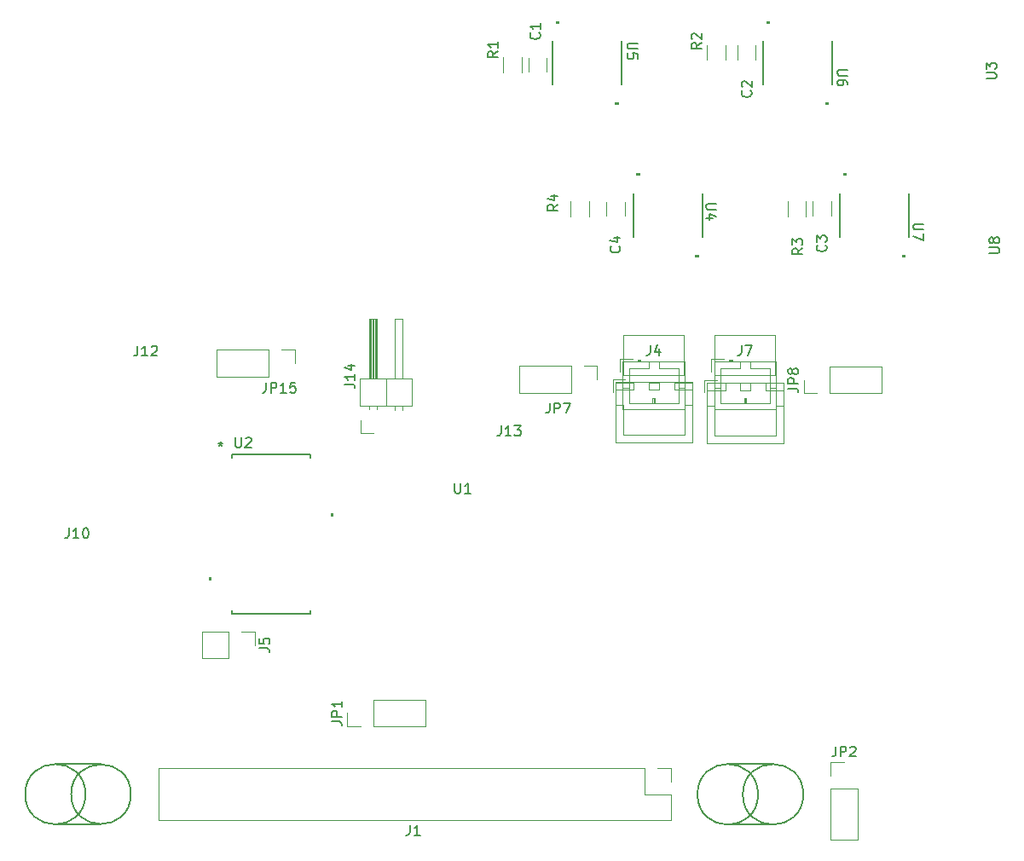
<source format=gbr>
%TF.GenerationSoftware,KiCad,Pcbnew,7.0.10*%
%TF.CreationDate,2024-02-26T10:06:05+01:00*%
%TF.ProjectId,Legacy-LedPanel-HAT,4c656761-6379-42d4-9c65-6450616e656c,rev?*%
%TF.SameCoordinates,Original*%
%TF.FileFunction,Legend,Top*%
%TF.FilePolarity,Positive*%
%FSLAX46Y46*%
G04 Gerber Fmt 4.6, Leading zero omitted, Abs format (unit mm)*
G04 Created by KiCad (PCBNEW 7.0.10) date 2024-02-26 10:06:05*
%MOMM*%
%LPD*%
G01*
G04 APERTURE LIST*
%ADD10C,0.150000*%
%ADD11C,0.120000*%
%ADD12C,0.152400*%
%ADD13C,0.100000*%
G04 APERTURE END LIST*
D10*
X129278748Y-142650000D02*
G75*
G03*
X123271252Y-142650000I-3003748J0D01*
G01*
X123271252Y-142650000D02*
G75*
G03*
X129278748Y-142650000I3003748J0D01*
G01*
X124783841Y-142650000D02*
G75*
G03*
X118766159Y-142650000I-3008841J0D01*
G01*
X118766159Y-142650000D02*
G75*
G03*
X124783841Y-142650000I3008841J0D01*
G01*
X121775000Y-139650000D02*
X126250000Y-139650000D01*
X121775000Y-145650000D02*
X126300000Y-145650000D01*
X62500237Y-142637500D02*
G75*
G03*
X56574763Y-142637500I-2962737J0D01*
G01*
X56574763Y-142637500D02*
G75*
G03*
X62500237Y-142637500I2962737J0D01*
G01*
X57992830Y-142637500D02*
G75*
G03*
X52007170Y-142637500I-2992830J0D01*
G01*
X52007170Y-142637500D02*
G75*
G03*
X57992830Y-142637500I2992830J0D01*
G01*
X55000000Y-145625000D02*
X59525000Y-145625000D01*
X55000000Y-139650000D02*
X59550000Y-139650000D01*
X132489066Y-137886819D02*
X132489066Y-138601104D01*
X132489066Y-138601104D02*
X132441447Y-138743961D01*
X132441447Y-138743961D02*
X132346209Y-138839200D01*
X132346209Y-138839200D02*
X132203352Y-138886819D01*
X132203352Y-138886819D02*
X132108114Y-138886819D01*
X132965257Y-138886819D02*
X132965257Y-137886819D01*
X132965257Y-137886819D02*
X133346209Y-137886819D01*
X133346209Y-137886819D02*
X133441447Y-137934438D01*
X133441447Y-137934438D02*
X133489066Y-137982057D01*
X133489066Y-137982057D02*
X133536685Y-138077295D01*
X133536685Y-138077295D02*
X133536685Y-138220152D01*
X133536685Y-138220152D02*
X133489066Y-138315390D01*
X133489066Y-138315390D02*
X133441447Y-138363009D01*
X133441447Y-138363009D02*
X133346209Y-138410628D01*
X133346209Y-138410628D02*
X132965257Y-138410628D01*
X133917638Y-137982057D02*
X133965257Y-137934438D01*
X133965257Y-137934438D02*
X134060495Y-137886819D01*
X134060495Y-137886819D02*
X134298590Y-137886819D01*
X134298590Y-137886819D02*
X134393828Y-137934438D01*
X134393828Y-137934438D02*
X134441447Y-137982057D01*
X134441447Y-137982057D02*
X134489066Y-138077295D01*
X134489066Y-138077295D02*
X134489066Y-138172533D01*
X134489066Y-138172533D02*
X134441447Y-138315390D01*
X134441447Y-138315390D02*
X133870019Y-138886819D01*
X133870019Y-138886819D02*
X134489066Y-138886819D01*
X124054580Y-72761666D02*
X124102200Y-72809285D01*
X124102200Y-72809285D02*
X124149819Y-72952142D01*
X124149819Y-72952142D02*
X124149819Y-73047380D01*
X124149819Y-73047380D02*
X124102200Y-73190237D01*
X124102200Y-73190237D02*
X124006961Y-73285475D01*
X124006961Y-73285475D02*
X123911723Y-73333094D01*
X123911723Y-73333094D02*
X123721247Y-73380713D01*
X123721247Y-73380713D02*
X123578390Y-73380713D01*
X123578390Y-73380713D02*
X123387914Y-73333094D01*
X123387914Y-73333094D02*
X123292676Y-73285475D01*
X123292676Y-73285475D02*
X123197438Y-73190237D01*
X123197438Y-73190237D02*
X123149819Y-73047380D01*
X123149819Y-73047380D02*
X123149819Y-72952142D01*
X123149819Y-72952142D02*
X123197438Y-72809285D01*
X123197438Y-72809285D02*
X123245057Y-72761666D01*
X123245057Y-72380713D02*
X123197438Y-72333094D01*
X123197438Y-72333094D02*
X123149819Y-72237856D01*
X123149819Y-72237856D02*
X123149819Y-71999761D01*
X123149819Y-71999761D02*
X123197438Y-71904523D01*
X123197438Y-71904523D02*
X123245057Y-71856904D01*
X123245057Y-71856904D02*
X123340295Y-71809285D01*
X123340295Y-71809285D02*
X123435533Y-71809285D01*
X123435533Y-71809285D02*
X123578390Y-71856904D01*
X123578390Y-71856904D02*
X124149819Y-72428332D01*
X124149819Y-72428332D02*
X124149819Y-71809285D01*
X133665180Y-70688095D02*
X132855657Y-70688095D01*
X132855657Y-70688095D02*
X132760419Y-70735714D01*
X132760419Y-70735714D02*
X132712800Y-70783333D01*
X132712800Y-70783333D02*
X132665180Y-70878571D01*
X132665180Y-70878571D02*
X132665180Y-71069047D01*
X132665180Y-71069047D02*
X132712800Y-71164285D01*
X132712800Y-71164285D02*
X132760419Y-71211904D01*
X132760419Y-71211904D02*
X132855657Y-71259523D01*
X132855657Y-71259523D02*
X133665180Y-71259523D01*
X133665180Y-72164285D02*
X133665180Y-71973809D01*
X133665180Y-71973809D02*
X133617561Y-71878571D01*
X133617561Y-71878571D02*
X133569942Y-71830952D01*
X133569942Y-71830952D02*
X133427085Y-71735714D01*
X133427085Y-71735714D02*
X133236609Y-71688095D01*
X133236609Y-71688095D02*
X132855657Y-71688095D01*
X132855657Y-71688095D02*
X132760419Y-71735714D01*
X132760419Y-71735714D02*
X132712800Y-71783333D01*
X132712800Y-71783333D02*
X132665180Y-71878571D01*
X132665180Y-71878571D02*
X132665180Y-72069047D01*
X132665180Y-72069047D02*
X132712800Y-72164285D01*
X132712800Y-72164285D02*
X132760419Y-72211904D01*
X132760419Y-72211904D02*
X132855657Y-72259523D01*
X132855657Y-72259523D02*
X133093752Y-72259523D01*
X133093752Y-72259523D02*
X133188990Y-72211904D01*
X133188990Y-72211904D02*
X133236609Y-72164285D01*
X133236609Y-72164285D02*
X133284228Y-72069047D01*
X133284228Y-72069047D02*
X133284228Y-71878571D01*
X133284228Y-71878571D02*
X133236609Y-71783333D01*
X133236609Y-71783333D02*
X133188990Y-71735714D01*
X133188990Y-71735714D02*
X133093752Y-71688095D01*
X72888095Y-107204819D02*
X72888095Y-108014342D01*
X72888095Y-108014342D02*
X72935714Y-108109580D01*
X72935714Y-108109580D02*
X72983333Y-108157200D01*
X72983333Y-108157200D02*
X73078571Y-108204819D01*
X73078571Y-108204819D02*
X73269047Y-108204819D01*
X73269047Y-108204819D02*
X73364285Y-108157200D01*
X73364285Y-108157200D02*
X73411904Y-108109580D01*
X73411904Y-108109580D02*
X73459523Y-108014342D01*
X73459523Y-108014342D02*
X73459523Y-107204819D01*
X73888095Y-107300057D02*
X73935714Y-107252438D01*
X73935714Y-107252438D02*
X74030952Y-107204819D01*
X74030952Y-107204819D02*
X74269047Y-107204819D01*
X74269047Y-107204819D02*
X74364285Y-107252438D01*
X74364285Y-107252438D02*
X74411904Y-107300057D01*
X74411904Y-107300057D02*
X74459523Y-107395295D01*
X74459523Y-107395295D02*
X74459523Y-107490533D01*
X74459523Y-107490533D02*
X74411904Y-107633390D01*
X74411904Y-107633390D02*
X73840476Y-108204819D01*
X73840476Y-108204819D02*
X74459523Y-108204819D01*
X71397200Y-107604019D02*
X71397200Y-107842114D01*
X71159105Y-107746876D02*
X71397200Y-107842114D01*
X71397200Y-107842114D02*
X71635295Y-107746876D01*
X71254343Y-108032590D02*
X71397200Y-107842114D01*
X71397200Y-107842114D02*
X71540057Y-108032590D01*
X71397200Y-107604019D02*
X71397200Y-107842114D01*
X71159105Y-107746876D02*
X71397200Y-107842114D01*
X71397200Y-107842114D02*
X71635295Y-107746876D01*
X71254343Y-108032590D02*
X71397200Y-107842114D01*
X71397200Y-107842114D02*
X71540057Y-108032590D01*
X119149819Y-68011666D02*
X118673628Y-68344999D01*
X119149819Y-68583094D02*
X118149819Y-68583094D01*
X118149819Y-68583094D02*
X118149819Y-68202142D01*
X118149819Y-68202142D02*
X118197438Y-68106904D01*
X118197438Y-68106904D02*
X118245057Y-68059285D01*
X118245057Y-68059285D02*
X118340295Y-68011666D01*
X118340295Y-68011666D02*
X118483152Y-68011666D01*
X118483152Y-68011666D02*
X118578390Y-68059285D01*
X118578390Y-68059285D02*
X118626009Y-68106904D01*
X118626009Y-68106904D02*
X118673628Y-68202142D01*
X118673628Y-68202142D02*
X118673628Y-68583094D01*
X118245057Y-67630713D02*
X118197438Y-67583094D01*
X118197438Y-67583094D02*
X118149819Y-67487856D01*
X118149819Y-67487856D02*
X118149819Y-67249761D01*
X118149819Y-67249761D02*
X118197438Y-67154523D01*
X118197438Y-67154523D02*
X118245057Y-67106904D01*
X118245057Y-67106904D02*
X118340295Y-67059285D01*
X118340295Y-67059285D02*
X118435533Y-67059285D01*
X118435533Y-67059285D02*
X118578390Y-67106904D01*
X118578390Y-67106904D02*
X119149819Y-67678332D01*
X119149819Y-67678332D02*
X119149819Y-67059285D01*
X104091866Y-103767819D02*
X104091866Y-104482104D01*
X104091866Y-104482104D02*
X104044247Y-104624961D01*
X104044247Y-104624961D02*
X103949009Y-104720200D01*
X103949009Y-104720200D02*
X103806152Y-104767819D01*
X103806152Y-104767819D02*
X103710914Y-104767819D01*
X104568057Y-104767819D02*
X104568057Y-103767819D01*
X104568057Y-103767819D02*
X104949009Y-103767819D01*
X104949009Y-103767819D02*
X105044247Y-103815438D01*
X105044247Y-103815438D02*
X105091866Y-103863057D01*
X105091866Y-103863057D02*
X105139485Y-103958295D01*
X105139485Y-103958295D02*
X105139485Y-104101152D01*
X105139485Y-104101152D02*
X105091866Y-104196390D01*
X105091866Y-104196390D02*
X105044247Y-104244009D01*
X105044247Y-104244009D02*
X104949009Y-104291628D01*
X104949009Y-104291628D02*
X104568057Y-104291628D01*
X105472819Y-103767819D02*
X106139485Y-103767819D01*
X106139485Y-103767819D02*
X105710914Y-104767819D01*
X75929676Y-101761219D02*
X75929676Y-102475504D01*
X75929676Y-102475504D02*
X75882057Y-102618361D01*
X75882057Y-102618361D02*
X75786819Y-102713600D01*
X75786819Y-102713600D02*
X75643962Y-102761219D01*
X75643962Y-102761219D02*
X75548724Y-102761219D01*
X76405867Y-102761219D02*
X76405867Y-101761219D01*
X76405867Y-101761219D02*
X76786819Y-101761219D01*
X76786819Y-101761219D02*
X76882057Y-101808838D01*
X76882057Y-101808838D02*
X76929676Y-101856457D01*
X76929676Y-101856457D02*
X76977295Y-101951695D01*
X76977295Y-101951695D02*
X76977295Y-102094552D01*
X76977295Y-102094552D02*
X76929676Y-102189790D01*
X76929676Y-102189790D02*
X76882057Y-102237409D01*
X76882057Y-102237409D02*
X76786819Y-102285028D01*
X76786819Y-102285028D02*
X76405867Y-102285028D01*
X77929676Y-102761219D02*
X77358248Y-102761219D01*
X77643962Y-102761219D02*
X77643962Y-101761219D01*
X77643962Y-101761219D02*
X77548724Y-101904076D01*
X77548724Y-101904076D02*
X77453486Y-101999314D01*
X77453486Y-101999314D02*
X77358248Y-102046933D01*
X78834438Y-101761219D02*
X78358248Y-101761219D01*
X78358248Y-101761219D02*
X78310629Y-102237409D01*
X78310629Y-102237409D02*
X78358248Y-102189790D01*
X78358248Y-102189790D02*
X78453486Y-102142171D01*
X78453486Y-102142171D02*
X78691581Y-102142171D01*
X78691581Y-102142171D02*
X78786819Y-102189790D01*
X78786819Y-102189790D02*
X78834438Y-102237409D01*
X78834438Y-102237409D02*
X78882057Y-102332647D01*
X78882057Y-102332647D02*
X78882057Y-102570742D01*
X78882057Y-102570742D02*
X78834438Y-102665980D01*
X78834438Y-102665980D02*
X78786819Y-102713600D01*
X78786819Y-102713600D02*
X78691581Y-102761219D01*
X78691581Y-102761219D02*
X78453486Y-102761219D01*
X78453486Y-102761219D02*
X78358248Y-102713600D01*
X78358248Y-102713600D02*
X78310629Y-102665980D01*
X82456219Y-135397733D02*
X83170504Y-135397733D01*
X83170504Y-135397733D02*
X83313361Y-135445352D01*
X83313361Y-135445352D02*
X83408600Y-135540590D01*
X83408600Y-135540590D02*
X83456219Y-135683447D01*
X83456219Y-135683447D02*
X83456219Y-135778685D01*
X83456219Y-134921542D02*
X82456219Y-134921542D01*
X82456219Y-134921542D02*
X82456219Y-134540590D01*
X82456219Y-134540590D02*
X82503838Y-134445352D01*
X82503838Y-134445352D02*
X82551457Y-134397733D01*
X82551457Y-134397733D02*
X82646695Y-134350114D01*
X82646695Y-134350114D02*
X82789552Y-134350114D01*
X82789552Y-134350114D02*
X82884790Y-134397733D01*
X82884790Y-134397733D02*
X82932409Y-134445352D01*
X82932409Y-134445352D02*
X82980028Y-134540590D01*
X82980028Y-134540590D02*
X82980028Y-134921542D01*
X83456219Y-133397733D02*
X83456219Y-133969161D01*
X83456219Y-133683447D02*
X82456219Y-133683447D01*
X82456219Y-133683447D02*
X82599076Y-133778685D01*
X82599076Y-133778685D02*
X82694314Y-133873923D01*
X82694314Y-133873923D02*
X82741933Y-133969161D01*
X129199819Y-88416666D02*
X128723628Y-88749999D01*
X129199819Y-88988094D02*
X128199819Y-88988094D01*
X128199819Y-88988094D02*
X128199819Y-88607142D01*
X128199819Y-88607142D02*
X128247438Y-88511904D01*
X128247438Y-88511904D02*
X128295057Y-88464285D01*
X128295057Y-88464285D02*
X128390295Y-88416666D01*
X128390295Y-88416666D02*
X128533152Y-88416666D01*
X128533152Y-88416666D02*
X128628390Y-88464285D01*
X128628390Y-88464285D02*
X128676009Y-88511904D01*
X128676009Y-88511904D02*
X128723628Y-88607142D01*
X128723628Y-88607142D02*
X128723628Y-88988094D01*
X128199819Y-88083332D02*
X128199819Y-87464285D01*
X128199819Y-87464285D02*
X128580771Y-87797618D01*
X128580771Y-87797618D02*
X128580771Y-87654761D01*
X128580771Y-87654761D02*
X128628390Y-87559523D01*
X128628390Y-87559523D02*
X128676009Y-87511904D01*
X128676009Y-87511904D02*
X128771247Y-87464285D01*
X128771247Y-87464285D02*
X129009342Y-87464285D01*
X129009342Y-87464285D02*
X129104580Y-87511904D01*
X129104580Y-87511904D02*
X129152200Y-87559523D01*
X129152200Y-87559523D02*
X129199819Y-87654761D01*
X129199819Y-87654761D02*
X129199819Y-87940475D01*
X129199819Y-87940475D02*
X129152200Y-88035713D01*
X129152200Y-88035713D02*
X129104580Y-88083332D01*
X111004580Y-88211666D02*
X111052200Y-88259285D01*
X111052200Y-88259285D02*
X111099819Y-88402142D01*
X111099819Y-88402142D02*
X111099819Y-88497380D01*
X111099819Y-88497380D02*
X111052200Y-88640237D01*
X111052200Y-88640237D02*
X110956961Y-88735475D01*
X110956961Y-88735475D02*
X110861723Y-88783094D01*
X110861723Y-88783094D02*
X110671247Y-88830713D01*
X110671247Y-88830713D02*
X110528390Y-88830713D01*
X110528390Y-88830713D02*
X110337914Y-88783094D01*
X110337914Y-88783094D02*
X110242676Y-88735475D01*
X110242676Y-88735475D02*
X110147438Y-88640237D01*
X110147438Y-88640237D02*
X110099819Y-88497380D01*
X110099819Y-88497380D02*
X110099819Y-88402142D01*
X110099819Y-88402142D02*
X110147438Y-88259285D01*
X110147438Y-88259285D02*
X110195057Y-88211666D01*
X110433152Y-87354523D02*
X111099819Y-87354523D01*
X110052200Y-87592618D02*
X110766485Y-87830713D01*
X110766485Y-87830713D02*
X110766485Y-87211666D01*
X75269819Y-128141333D02*
X75984104Y-128141333D01*
X75984104Y-128141333D02*
X76126961Y-128188952D01*
X76126961Y-128188952D02*
X76222200Y-128284190D01*
X76222200Y-128284190D02*
X76269819Y-128427047D01*
X76269819Y-128427047D02*
X76269819Y-128522285D01*
X75269819Y-127188952D02*
X75269819Y-127665142D01*
X75269819Y-127665142D02*
X75746009Y-127712761D01*
X75746009Y-127712761D02*
X75698390Y-127665142D01*
X75698390Y-127665142D02*
X75650771Y-127569904D01*
X75650771Y-127569904D02*
X75650771Y-127331809D01*
X75650771Y-127331809D02*
X75698390Y-127236571D01*
X75698390Y-127236571D02*
X75746009Y-127188952D01*
X75746009Y-127188952D02*
X75841247Y-127141333D01*
X75841247Y-127141333D02*
X76079342Y-127141333D01*
X76079342Y-127141333D02*
X76174580Y-127188952D01*
X76174580Y-127188952D02*
X76222200Y-127236571D01*
X76222200Y-127236571D02*
X76269819Y-127331809D01*
X76269819Y-127331809D02*
X76269819Y-127569904D01*
X76269819Y-127569904D02*
X76222200Y-127665142D01*
X76222200Y-127665142D02*
X76174580Y-127712761D01*
X120615180Y-83988095D02*
X119805657Y-83988095D01*
X119805657Y-83988095D02*
X119710419Y-84035714D01*
X119710419Y-84035714D02*
X119662800Y-84083333D01*
X119662800Y-84083333D02*
X119615180Y-84178571D01*
X119615180Y-84178571D02*
X119615180Y-84369047D01*
X119615180Y-84369047D02*
X119662800Y-84464285D01*
X119662800Y-84464285D02*
X119710419Y-84511904D01*
X119710419Y-84511904D02*
X119805657Y-84559523D01*
X119805657Y-84559523D02*
X120615180Y-84559523D01*
X120281847Y-85464285D02*
X119615180Y-85464285D01*
X120662800Y-85226190D02*
X119948514Y-84988095D01*
X119948514Y-84988095D02*
X119948514Y-85607142D01*
X114082066Y-98048419D02*
X114082066Y-98762704D01*
X114082066Y-98762704D02*
X114034447Y-98905561D01*
X114034447Y-98905561D02*
X113939209Y-99000800D01*
X113939209Y-99000800D02*
X113796352Y-99048419D01*
X113796352Y-99048419D02*
X113701114Y-99048419D01*
X114986828Y-98381752D02*
X114986828Y-99048419D01*
X114748733Y-98000800D02*
X114510638Y-98715085D01*
X114510638Y-98715085D02*
X115129685Y-98715085D01*
X112815180Y-68038095D02*
X112005657Y-68038095D01*
X112005657Y-68038095D02*
X111910419Y-68085714D01*
X111910419Y-68085714D02*
X111862800Y-68133333D01*
X111862800Y-68133333D02*
X111815180Y-68228571D01*
X111815180Y-68228571D02*
X111815180Y-68419047D01*
X111815180Y-68419047D02*
X111862800Y-68514285D01*
X111862800Y-68514285D02*
X111910419Y-68561904D01*
X111910419Y-68561904D02*
X112005657Y-68609523D01*
X112005657Y-68609523D02*
X112815180Y-68609523D01*
X112815180Y-69561904D02*
X112815180Y-69085714D01*
X112815180Y-69085714D02*
X112338990Y-69038095D01*
X112338990Y-69038095D02*
X112386609Y-69085714D01*
X112386609Y-69085714D02*
X112434228Y-69180952D01*
X112434228Y-69180952D02*
X112434228Y-69419047D01*
X112434228Y-69419047D02*
X112386609Y-69514285D01*
X112386609Y-69514285D02*
X112338990Y-69561904D01*
X112338990Y-69561904D02*
X112243752Y-69609523D01*
X112243752Y-69609523D02*
X112005657Y-69609523D01*
X112005657Y-69609523D02*
X111910419Y-69561904D01*
X111910419Y-69561904D02*
X111862800Y-69514285D01*
X111862800Y-69514285D02*
X111815180Y-69419047D01*
X111815180Y-69419047D02*
X111815180Y-69180952D01*
X111815180Y-69180952D02*
X111862800Y-69085714D01*
X111862800Y-69085714D02*
X111910419Y-69038095D01*
X83745819Y-101905923D02*
X84460104Y-101905923D01*
X84460104Y-101905923D02*
X84602961Y-101953542D01*
X84602961Y-101953542D02*
X84698200Y-102048780D01*
X84698200Y-102048780D02*
X84745819Y-102191637D01*
X84745819Y-102191637D02*
X84745819Y-102286875D01*
X84745819Y-100905923D02*
X84745819Y-101477351D01*
X84745819Y-101191637D02*
X83745819Y-101191637D01*
X83745819Y-101191637D02*
X83888676Y-101286875D01*
X83888676Y-101286875D02*
X83983914Y-101382113D01*
X83983914Y-101382113D02*
X84031533Y-101477351D01*
X84079152Y-100048780D02*
X84745819Y-100048780D01*
X83698200Y-100286875D02*
X84412485Y-100524970D01*
X84412485Y-100524970D02*
X84412485Y-99905923D01*
X131504580Y-88111666D02*
X131552200Y-88159285D01*
X131552200Y-88159285D02*
X131599819Y-88302142D01*
X131599819Y-88302142D02*
X131599819Y-88397380D01*
X131599819Y-88397380D02*
X131552200Y-88540237D01*
X131552200Y-88540237D02*
X131456961Y-88635475D01*
X131456961Y-88635475D02*
X131361723Y-88683094D01*
X131361723Y-88683094D02*
X131171247Y-88730713D01*
X131171247Y-88730713D02*
X131028390Y-88730713D01*
X131028390Y-88730713D02*
X130837914Y-88683094D01*
X130837914Y-88683094D02*
X130742676Y-88635475D01*
X130742676Y-88635475D02*
X130647438Y-88540237D01*
X130647438Y-88540237D02*
X130599819Y-88397380D01*
X130599819Y-88397380D02*
X130599819Y-88302142D01*
X130599819Y-88302142D02*
X130647438Y-88159285D01*
X130647438Y-88159285D02*
X130695057Y-88111666D01*
X130599819Y-87778332D02*
X130599819Y-87159285D01*
X130599819Y-87159285D02*
X130980771Y-87492618D01*
X130980771Y-87492618D02*
X130980771Y-87349761D01*
X130980771Y-87349761D02*
X131028390Y-87254523D01*
X131028390Y-87254523D02*
X131076009Y-87206904D01*
X131076009Y-87206904D02*
X131171247Y-87159285D01*
X131171247Y-87159285D02*
X131409342Y-87159285D01*
X131409342Y-87159285D02*
X131504580Y-87206904D01*
X131504580Y-87206904D02*
X131552200Y-87254523D01*
X131552200Y-87254523D02*
X131599819Y-87349761D01*
X131599819Y-87349761D02*
X131599819Y-87635475D01*
X131599819Y-87635475D02*
X131552200Y-87730713D01*
X131552200Y-87730713D02*
X131504580Y-87778332D01*
X104899819Y-84061666D02*
X104423628Y-84394999D01*
X104899819Y-84633094D02*
X103899819Y-84633094D01*
X103899819Y-84633094D02*
X103899819Y-84252142D01*
X103899819Y-84252142D02*
X103947438Y-84156904D01*
X103947438Y-84156904D02*
X103995057Y-84109285D01*
X103995057Y-84109285D02*
X104090295Y-84061666D01*
X104090295Y-84061666D02*
X104233152Y-84061666D01*
X104233152Y-84061666D02*
X104328390Y-84109285D01*
X104328390Y-84109285D02*
X104376009Y-84156904D01*
X104376009Y-84156904D02*
X104423628Y-84252142D01*
X104423628Y-84252142D02*
X104423628Y-84633094D01*
X104233152Y-83204523D02*
X104899819Y-83204523D01*
X103852200Y-83442618D02*
X104566485Y-83680713D01*
X104566485Y-83680713D02*
X104566485Y-83061666D01*
X103054580Y-67011666D02*
X103102200Y-67059285D01*
X103102200Y-67059285D02*
X103149819Y-67202142D01*
X103149819Y-67202142D02*
X103149819Y-67297380D01*
X103149819Y-67297380D02*
X103102200Y-67440237D01*
X103102200Y-67440237D02*
X103006961Y-67535475D01*
X103006961Y-67535475D02*
X102911723Y-67583094D01*
X102911723Y-67583094D02*
X102721247Y-67630713D01*
X102721247Y-67630713D02*
X102578390Y-67630713D01*
X102578390Y-67630713D02*
X102387914Y-67583094D01*
X102387914Y-67583094D02*
X102292676Y-67535475D01*
X102292676Y-67535475D02*
X102197438Y-67440237D01*
X102197438Y-67440237D02*
X102149819Y-67297380D01*
X102149819Y-67297380D02*
X102149819Y-67202142D01*
X102149819Y-67202142D02*
X102197438Y-67059285D01*
X102197438Y-67059285D02*
X102245057Y-67011666D01*
X103149819Y-66059285D02*
X103149819Y-66630713D01*
X103149819Y-66344999D02*
X102149819Y-66344999D01*
X102149819Y-66344999D02*
X102292676Y-66440237D01*
X102292676Y-66440237D02*
X102387914Y-66535475D01*
X102387914Y-66535475D02*
X102435533Y-66630713D01*
X123168666Y-98048419D02*
X123168666Y-98762704D01*
X123168666Y-98762704D02*
X123121047Y-98905561D01*
X123121047Y-98905561D02*
X123025809Y-99000800D01*
X123025809Y-99000800D02*
X122882952Y-99048419D01*
X122882952Y-99048419D02*
X122787714Y-99048419D01*
X123549619Y-98048419D02*
X124216285Y-98048419D01*
X124216285Y-98048419D02*
X123787714Y-99048419D01*
X98949819Y-68861666D02*
X98473628Y-69194999D01*
X98949819Y-69433094D02*
X97949819Y-69433094D01*
X97949819Y-69433094D02*
X97949819Y-69052142D01*
X97949819Y-69052142D02*
X97997438Y-68956904D01*
X97997438Y-68956904D02*
X98045057Y-68909285D01*
X98045057Y-68909285D02*
X98140295Y-68861666D01*
X98140295Y-68861666D02*
X98283152Y-68861666D01*
X98283152Y-68861666D02*
X98378390Y-68909285D01*
X98378390Y-68909285D02*
X98426009Y-68956904D01*
X98426009Y-68956904D02*
X98473628Y-69052142D01*
X98473628Y-69052142D02*
X98473628Y-69433094D01*
X98949819Y-67909285D02*
X98949819Y-68480713D01*
X98949819Y-68194999D02*
X97949819Y-68194999D01*
X97949819Y-68194999D02*
X98092676Y-68290237D01*
X98092676Y-68290237D02*
X98187914Y-68385475D01*
X98187914Y-68385475D02*
X98235533Y-68480713D01*
X141215180Y-85988095D02*
X140405657Y-85988095D01*
X140405657Y-85988095D02*
X140310419Y-86035714D01*
X140310419Y-86035714D02*
X140262800Y-86083333D01*
X140262800Y-86083333D02*
X140215180Y-86178571D01*
X140215180Y-86178571D02*
X140215180Y-86369047D01*
X140215180Y-86369047D02*
X140262800Y-86464285D01*
X140262800Y-86464285D02*
X140310419Y-86511904D01*
X140310419Y-86511904D02*
X140405657Y-86559523D01*
X140405657Y-86559523D02*
X141215180Y-86559523D01*
X141215180Y-86940476D02*
X141215180Y-87607142D01*
X141215180Y-87607142D02*
X140215180Y-87178571D01*
X90215466Y-145703219D02*
X90215466Y-146417504D01*
X90215466Y-146417504D02*
X90167847Y-146560361D01*
X90167847Y-146560361D02*
X90072609Y-146655600D01*
X90072609Y-146655600D02*
X89929752Y-146703219D01*
X89929752Y-146703219D02*
X89834514Y-146703219D01*
X91215466Y-146703219D02*
X90644038Y-146703219D01*
X90929752Y-146703219D02*
X90929752Y-145703219D01*
X90929752Y-145703219D02*
X90834514Y-145846076D01*
X90834514Y-145846076D02*
X90739276Y-145941314D01*
X90739276Y-145941314D02*
X90644038Y-145988933D01*
X127769819Y-102326933D02*
X128484104Y-102326933D01*
X128484104Y-102326933D02*
X128626961Y-102374552D01*
X128626961Y-102374552D02*
X128722200Y-102469790D01*
X128722200Y-102469790D02*
X128769819Y-102612647D01*
X128769819Y-102612647D02*
X128769819Y-102707885D01*
X128769819Y-101850742D02*
X127769819Y-101850742D01*
X127769819Y-101850742D02*
X127769819Y-101469790D01*
X127769819Y-101469790D02*
X127817438Y-101374552D01*
X127817438Y-101374552D02*
X127865057Y-101326933D01*
X127865057Y-101326933D02*
X127960295Y-101279314D01*
X127960295Y-101279314D02*
X128103152Y-101279314D01*
X128103152Y-101279314D02*
X128198390Y-101326933D01*
X128198390Y-101326933D02*
X128246009Y-101374552D01*
X128246009Y-101374552D02*
X128293628Y-101469790D01*
X128293628Y-101469790D02*
X128293628Y-101850742D01*
X128198390Y-100707885D02*
X128150771Y-100803123D01*
X128150771Y-100803123D02*
X128103152Y-100850742D01*
X128103152Y-100850742D02*
X128007914Y-100898361D01*
X128007914Y-100898361D02*
X127960295Y-100898361D01*
X127960295Y-100898361D02*
X127865057Y-100850742D01*
X127865057Y-100850742D02*
X127817438Y-100803123D01*
X127817438Y-100803123D02*
X127769819Y-100707885D01*
X127769819Y-100707885D02*
X127769819Y-100517409D01*
X127769819Y-100517409D02*
X127817438Y-100422171D01*
X127817438Y-100422171D02*
X127865057Y-100374552D01*
X127865057Y-100374552D02*
X127960295Y-100326933D01*
X127960295Y-100326933D02*
X128007914Y-100326933D01*
X128007914Y-100326933D02*
X128103152Y-100374552D01*
X128103152Y-100374552D02*
X128150771Y-100422171D01*
X128150771Y-100422171D02*
X128198390Y-100517409D01*
X128198390Y-100517409D02*
X128198390Y-100707885D01*
X128198390Y-100707885D02*
X128246009Y-100803123D01*
X128246009Y-100803123D02*
X128293628Y-100850742D01*
X128293628Y-100850742D02*
X128388866Y-100898361D01*
X128388866Y-100898361D02*
X128579342Y-100898361D01*
X128579342Y-100898361D02*
X128674580Y-100850742D01*
X128674580Y-100850742D02*
X128722200Y-100803123D01*
X128722200Y-100803123D02*
X128769819Y-100707885D01*
X128769819Y-100707885D02*
X128769819Y-100517409D01*
X128769819Y-100517409D02*
X128722200Y-100422171D01*
X128722200Y-100422171D02*
X128674580Y-100374552D01*
X128674580Y-100374552D02*
X128579342Y-100326933D01*
X128579342Y-100326933D02*
X128388866Y-100326933D01*
X128388866Y-100326933D02*
X128293628Y-100374552D01*
X128293628Y-100374552D02*
X128246009Y-100422171D01*
X128246009Y-100422171D02*
X128198390Y-100517409D01*
X99264276Y-106028419D02*
X99264276Y-106742704D01*
X99264276Y-106742704D02*
X99216657Y-106885561D01*
X99216657Y-106885561D02*
X99121419Y-106980800D01*
X99121419Y-106980800D02*
X98978562Y-107028419D01*
X98978562Y-107028419D02*
X98883324Y-107028419D01*
X100264276Y-107028419D02*
X99692848Y-107028419D01*
X99978562Y-107028419D02*
X99978562Y-106028419D01*
X99978562Y-106028419D02*
X99883324Y-106171276D01*
X99883324Y-106171276D02*
X99788086Y-106266514D01*
X99788086Y-106266514D02*
X99692848Y-106314133D01*
X100597610Y-106028419D02*
X101216657Y-106028419D01*
X101216657Y-106028419D02*
X100883324Y-106409371D01*
X100883324Y-106409371D02*
X101026181Y-106409371D01*
X101026181Y-106409371D02*
X101121419Y-106456990D01*
X101121419Y-106456990D02*
X101169038Y-106504609D01*
X101169038Y-106504609D02*
X101216657Y-106599847D01*
X101216657Y-106599847D02*
X101216657Y-106837942D01*
X101216657Y-106837942D02*
X101169038Y-106933180D01*
X101169038Y-106933180D02*
X101121419Y-106980800D01*
X101121419Y-106980800D02*
X101026181Y-107028419D01*
X101026181Y-107028419D02*
X100740467Y-107028419D01*
X100740467Y-107028419D02*
X100645229Y-106980800D01*
X100645229Y-106980800D02*
X100597610Y-106933180D01*
X147449819Y-71556904D02*
X148259342Y-71556904D01*
X148259342Y-71556904D02*
X148354580Y-71509285D01*
X148354580Y-71509285D02*
X148402200Y-71461666D01*
X148402200Y-71461666D02*
X148449819Y-71366428D01*
X148449819Y-71366428D02*
X148449819Y-71175952D01*
X148449819Y-71175952D02*
X148402200Y-71080714D01*
X148402200Y-71080714D02*
X148354580Y-71033095D01*
X148354580Y-71033095D02*
X148259342Y-70985476D01*
X148259342Y-70985476D02*
X147449819Y-70985476D01*
X147449819Y-70604523D02*
X147449819Y-69985476D01*
X147449819Y-69985476D02*
X147830771Y-70318809D01*
X147830771Y-70318809D02*
X147830771Y-70175952D01*
X147830771Y-70175952D02*
X147878390Y-70080714D01*
X147878390Y-70080714D02*
X147926009Y-70033095D01*
X147926009Y-70033095D02*
X148021247Y-69985476D01*
X148021247Y-69985476D02*
X148259342Y-69985476D01*
X148259342Y-69985476D02*
X148354580Y-70033095D01*
X148354580Y-70033095D02*
X148402200Y-70080714D01*
X148402200Y-70080714D02*
X148449819Y-70175952D01*
X148449819Y-70175952D02*
X148449819Y-70461666D01*
X148449819Y-70461666D02*
X148402200Y-70556904D01*
X148402200Y-70556904D02*
X148354580Y-70604523D01*
X94663695Y-111743419D02*
X94663695Y-112552942D01*
X94663695Y-112552942D02*
X94711314Y-112648180D01*
X94711314Y-112648180D02*
X94758933Y-112695800D01*
X94758933Y-112695800D02*
X94854171Y-112743419D01*
X94854171Y-112743419D02*
X95044647Y-112743419D01*
X95044647Y-112743419D02*
X95139885Y-112695800D01*
X95139885Y-112695800D02*
X95187504Y-112648180D01*
X95187504Y-112648180D02*
X95235123Y-112552942D01*
X95235123Y-112552942D02*
X95235123Y-111743419D01*
X96235123Y-112743419D02*
X95663695Y-112743419D01*
X95949409Y-112743419D02*
X95949409Y-111743419D01*
X95949409Y-111743419D02*
X95854171Y-111886276D01*
X95854171Y-111886276D02*
X95758933Y-111981514D01*
X95758933Y-111981514D02*
X95663695Y-112029133D01*
X63170876Y-98103619D02*
X63170876Y-98817904D01*
X63170876Y-98817904D02*
X63123257Y-98960761D01*
X63123257Y-98960761D02*
X63028019Y-99056000D01*
X63028019Y-99056000D02*
X62885162Y-99103619D01*
X62885162Y-99103619D02*
X62789924Y-99103619D01*
X64170876Y-99103619D02*
X63599448Y-99103619D01*
X63885162Y-99103619D02*
X63885162Y-98103619D01*
X63885162Y-98103619D02*
X63789924Y-98246476D01*
X63789924Y-98246476D02*
X63694686Y-98341714D01*
X63694686Y-98341714D02*
X63599448Y-98389333D01*
X64551829Y-98198857D02*
X64599448Y-98151238D01*
X64599448Y-98151238D02*
X64694686Y-98103619D01*
X64694686Y-98103619D02*
X64932781Y-98103619D01*
X64932781Y-98103619D02*
X65028019Y-98151238D01*
X65028019Y-98151238D02*
X65075638Y-98198857D01*
X65075638Y-98198857D02*
X65123257Y-98294095D01*
X65123257Y-98294095D02*
X65123257Y-98389333D01*
X65123257Y-98389333D02*
X65075638Y-98532190D01*
X65075638Y-98532190D02*
X64504210Y-99103619D01*
X64504210Y-99103619D02*
X65123257Y-99103619D01*
X147749819Y-88906904D02*
X148559342Y-88906904D01*
X148559342Y-88906904D02*
X148654580Y-88859285D01*
X148654580Y-88859285D02*
X148702200Y-88811666D01*
X148702200Y-88811666D02*
X148749819Y-88716428D01*
X148749819Y-88716428D02*
X148749819Y-88525952D01*
X148749819Y-88525952D02*
X148702200Y-88430714D01*
X148702200Y-88430714D02*
X148654580Y-88383095D01*
X148654580Y-88383095D02*
X148559342Y-88335476D01*
X148559342Y-88335476D02*
X147749819Y-88335476D01*
X148178390Y-87716428D02*
X148130771Y-87811666D01*
X148130771Y-87811666D02*
X148083152Y-87859285D01*
X148083152Y-87859285D02*
X147987914Y-87906904D01*
X147987914Y-87906904D02*
X147940295Y-87906904D01*
X147940295Y-87906904D02*
X147845057Y-87859285D01*
X147845057Y-87859285D02*
X147797438Y-87811666D01*
X147797438Y-87811666D02*
X147749819Y-87716428D01*
X147749819Y-87716428D02*
X147749819Y-87525952D01*
X147749819Y-87525952D02*
X147797438Y-87430714D01*
X147797438Y-87430714D02*
X147845057Y-87383095D01*
X147845057Y-87383095D02*
X147940295Y-87335476D01*
X147940295Y-87335476D02*
X147987914Y-87335476D01*
X147987914Y-87335476D02*
X148083152Y-87383095D01*
X148083152Y-87383095D02*
X148130771Y-87430714D01*
X148130771Y-87430714D02*
X148178390Y-87525952D01*
X148178390Y-87525952D02*
X148178390Y-87716428D01*
X148178390Y-87716428D02*
X148226009Y-87811666D01*
X148226009Y-87811666D02*
X148273628Y-87859285D01*
X148273628Y-87859285D02*
X148368866Y-87906904D01*
X148368866Y-87906904D02*
X148559342Y-87906904D01*
X148559342Y-87906904D02*
X148654580Y-87859285D01*
X148654580Y-87859285D02*
X148702200Y-87811666D01*
X148702200Y-87811666D02*
X148749819Y-87716428D01*
X148749819Y-87716428D02*
X148749819Y-87525952D01*
X148749819Y-87525952D02*
X148702200Y-87430714D01*
X148702200Y-87430714D02*
X148654580Y-87383095D01*
X148654580Y-87383095D02*
X148559342Y-87335476D01*
X148559342Y-87335476D02*
X148368866Y-87335476D01*
X148368866Y-87335476D02*
X148273628Y-87383095D01*
X148273628Y-87383095D02*
X148226009Y-87430714D01*
X148226009Y-87430714D02*
X148178390Y-87525952D01*
X56338276Y-116188419D02*
X56338276Y-116902704D01*
X56338276Y-116902704D02*
X56290657Y-117045561D01*
X56290657Y-117045561D02*
X56195419Y-117140800D01*
X56195419Y-117140800D02*
X56052562Y-117188419D01*
X56052562Y-117188419D02*
X55957324Y-117188419D01*
X57338276Y-117188419D02*
X56766848Y-117188419D01*
X57052562Y-117188419D02*
X57052562Y-116188419D01*
X57052562Y-116188419D02*
X56957324Y-116331276D01*
X56957324Y-116331276D02*
X56862086Y-116426514D01*
X56862086Y-116426514D02*
X56766848Y-116474133D01*
X57957324Y-116188419D02*
X58052562Y-116188419D01*
X58052562Y-116188419D02*
X58147800Y-116236038D01*
X58147800Y-116236038D02*
X58195419Y-116283657D01*
X58195419Y-116283657D02*
X58243038Y-116378895D01*
X58243038Y-116378895D02*
X58290657Y-116569371D01*
X58290657Y-116569371D02*
X58290657Y-116807466D01*
X58290657Y-116807466D02*
X58243038Y-116997942D01*
X58243038Y-116997942D02*
X58195419Y-117093180D01*
X58195419Y-117093180D02*
X58147800Y-117140800D01*
X58147800Y-117140800D02*
X58052562Y-117188419D01*
X58052562Y-117188419D02*
X57957324Y-117188419D01*
X57957324Y-117188419D02*
X57862086Y-117140800D01*
X57862086Y-117140800D02*
X57814467Y-117093180D01*
X57814467Y-117093180D02*
X57766848Y-116997942D01*
X57766848Y-116997942D02*
X57719229Y-116807466D01*
X57719229Y-116807466D02*
X57719229Y-116569371D01*
X57719229Y-116569371D02*
X57766848Y-116378895D01*
X57766848Y-116378895D02*
X57814467Y-116283657D01*
X57814467Y-116283657D02*
X57862086Y-116236038D01*
X57862086Y-116236038D02*
X57957324Y-116188419D01*
D11*
%TO.C,JP2*%
X131992400Y-139432000D02*
X133322400Y-139432000D01*
X131992400Y-140762000D02*
X131992400Y-139432000D01*
X131992400Y-142032000D02*
X131992400Y-147172000D01*
X131992400Y-142032000D02*
X134652400Y-142032000D01*
X131992400Y-147172000D02*
X134652400Y-147172000D01*
X134652400Y-142032000D02*
X134652400Y-147172000D01*
%TO.C,C2*%
X124555000Y-68233748D02*
X124555000Y-69656252D01*
X122735000Y-68233748D02*
X122735000Y-69656252D01*
D12*
%TO.C,U6*%
X132149002Y-72179335D02*
X132149002Y-67810782D01*
X125291002Y-67810769D02*
X125291002Y-72179322D01*
G36*
X131835500Y-74155051D02*
G01*
X131454500Y-74155051D01*
X131454500Y-73901051D01*
X131835500Y-73901051D01*
X131835500Y-74155051D01*
G37*
G36*
X125985504Y-66089053D02*
G01*
X125604504Y-66089053D01*
X125604504Y-65835053D01*
X125985504Y-65835053D01*
X125985504Y-66089053D01*
G37*
%TO.C,U2*%
X72502100Y-108885000D02*
X72502100Y-109225760D01*
X72502100Y-124393840D02*
X72502100Y-124734600D01*
X72502100Y-124734600D02*
X80350700Y-124734600D01*
X80350700Y-108885000D02*
X72502100Y-108885000D01*
X80350700Y-109225760D02*
X80350700Y-108885000D01*
X80350700Y-124734600D02*
X80350700Y-124393840D01*
G36*
X70501101Y-121445300D02*
G01*
X70247101Y-121445300D01*
X70247101Y-121064300D01*
X70501101Y-121064300D01*
X70501101Y-121445300D01*
G37*
G36*
X82605699Y-115095300D02*
G01*
X82351699Y-115095300D01*
X82351699Y-114714300D01*
X82605699Y-114714300D01*
X82605699Y-115095300D01*
G37*
D11*
%TO.C,R2*%
X119735000Y-69672064D02*
X119735000Y-68217936D01*
X121555000Y-69672064D02*
X121555000Y-68217936D01*
%TO.C,JP7*%
X108795200Y-100087400D02*
X108795200Y-101417400D01*
X107465200Y-100087400D02*
X108795200Y-100087400D01*
X106195200Y-100087400D02*
X101055200Y-100087400D01*
X106195200Y-100087400D02*
X106195200Y-102747400D01*
X101055200Y-100087400D02*
X101055200Y-102747400D01*
X106195200Y-102747400D02*
X101055200Y-102747400D01*
%TO.C,JP15*%
X78772400Y-98487200D02*
X78772400Y-99817200D01*
X77442400Y-98487200D02*
X78772400Y-98487200D01*
X76172400Y-98487200D02*
X71032400Y-98487200D01*
X76172400Y-98487200D02*
X76172400Y-101147200D01*
X71032400Y-98487200D02*
X71032400Y-101147200D01*
X76172400Y-101147200D02*
X71032400Y-101147200D01*
%TO.C,JP1*%
X84001400Y-135894400D02*
X84001400Y-134564400D01*
X85331400Y-135894400D02*
X84001400Y-135894400D01*
X86601400Y-135894400D02*
X91741400Y-135894400D01*
X86601400Y-135894400D02*
X86601400Y-133234400D01*
X91741400Y-135894400D02*
X91741400Y-133234400D01*
X86601400Y-133234400D02*
X91741400Y-133234400D01*
%TO.C,R3*%
X129555000Y-83767936D02*
X129555000Y-85222064D01*
X127735000Y-83767936D02*
X127735000Y-85222064D01*
%TO.C,C4*%
X111555000Y-83796248D02*
X111555000Y-85218752D01*
X109735000Y-83796248D02*
X109735000Y-85218752D01*
%TO.C,J5*%
X74815000Y-126478000D02*
X74815000Y-127808000D01*
X73485000Y-126478000D02*
X74815000Y-126478000D01*
X72215000Y-126478000D02*
X69615000Y-126478000D01*
X72215000Y-126478000D02*
X72215000Y-129138000D01*
X69615000Y-126478000D02*
X69615000Y-129138000D01*
X72215000Y-129138000D02*
X69615000Y-129138000D01*
D12*
%TO.C,U4*%
X119249000Y-87329335D02*
X119249000Y-82960782D01*
X112391000Y-82960769D02*
X112391000Y-87329322D01*
G36*
X118935498Y-89305051D02*
G01*
X118554498Y-89305051D01*
X118554498Y-89051051D01*
X118935498Y-89051051D01*
X118935498Y-89305051D01*
G37*
G36*
X113085502Y-81239053D02*
G01*
X112704502Y-81239053D01*
X112704502Y-80985053D01*
X113085502Y-80985053D01*
X113085502Y-81239053D01*
G37*
D11*
%TO.C,J6_STOP2*%
X119438000Y-101486800D02*
X119438000Y-102736800D01*
X119728000Y-101776800D02*
X119728000Y-107746800D01*
X119728000Y-107746800D02*
X127348000Y-107746800D01*
X119738000Y-101786800D02*
X119738000Y-102536800D01*
X119738000Y-102536800D02*
X121538000Y-102536800D01*
X119738000Y-104036800D02*
X120488000Y-104036800D01*
X120488000Y-104036800D02*
X120488000Y-106986800D01*
X120488000Y-106986800D02*
X123538000Y-106986800D01*
X120688000Y-101486800D02*
X119438000Y-101486800D01*
X121538000Y-101786800D02*
X119738000Y-101786800D01*
X121538000Y-102536800D02*
X121538000Y-101786800D01*
X123038000Y-101786800D02*
X123038000Y-102536800D01*
X123038000Y-102536800D02*
X124038000Y-102536800D01*
X124038000Y-101786800D02*
X123038000Y-101786800D01*
X124038000Y-102536800D02*
X124038000Y-101786800D01*
X125538000Y-101786800D02*
X125538000Y-102536800D01*
X125538000Y-102536800D02*
X127338000Y-102536800D01*
X126588000Y-104036800D02*
X126588000Y-106986800D01*
X126588000Y-106986800D02*
X123538000Y-106986800D01*
X127338000Y-101786800D02*
X125538000Y-101786800D01*
X127338000Y-102536800D02*
X127338000Y-101786800D01*
X127338000Y-104036800D02*
X126588000Y-104036800D01*
X127348000Y-101776800D02*
X119728000Y-101776800D01*
X127348000Y-107746800D02*
X127348000Y-101776800D01*
%TO.C,J4*%
X111055400Y-99383600D02*
X111055400Y-100633600D01*
X111355400Y-99683600D02*
X111355400Y-104403600D01*
X111355400Y-100993600D02*
X111965400Y-100993600D01*
X111355400Y-102293600D02*
X111965400Y-102293600D01*
X111355400Y-104403600D02*
X117475400Y-104403600D01*
X111965400Y-100293600D02*
X111965400Y-103793600D01*
X111965400Y-103793600D02*
X116865400Y-103793600D01*
X112305400Y-99383600D02*
X111055400Y-99383600D01*
X112815400Y-99483600D02*
X112815400Y-99683600D01*
X113115400Y-99483600D02*
X112815400Y-99483600D01*
X113115400Y-99583600D02*
X112815400Y-99583600D01*
X113115400Y-99683600D02*
X113115400Y-99483600D01*
X113915400Y-99683600D02*
X113915400Y-100293600D01*
X113915400Y-100293600D02*
X111965400Y-100293600D01*
X114315400Y-103293600D02*
X114515400Y-103293600D01*
X114315400Y-103793600D02*
X114315400Y-103293600D01*
X114415400Y-103793600D02*
X114415400Y-103293600D01*
X114515400Y-103293600D02*
X114515400Y-103793600D01*
X114915400Y-100293600D02*
X114915400Y-99683600D01*
X116865400Y-100293600D02*
X114915400Y-100293600D01*
X116865400Y-103793600D02*
X116865400Y-100293600D01*
X117475400Y-99683600D02*
X111355400Y-99683600D01*
X117475400Y-100993600D02*
X116865400Y-100993600D01*
X117475400Y-102293600D02*
X116865400Y-102293600D01*
X117475400Y-104403600D02*
X117475400Y-99683600D01*
D12*
%TO.C,U5*%
X111249000Y-72179335D02*
X111249000Y-67810782D01*
X104391000Y-67810769D02*
X104391000Y-72179322D01*
G36*
X110935498Y-74155051D02*
G01*
X110554498Y-74155051D01*
X110554498Y-73901051D01*
X110935498Y-73901051D01*
X110935498Y-74155051D01*
G37*
G36*
X105085502Y-66089053D02*
G01*
X104704502Y-66089053D01*
X104704502Y-65835053D01*
X105085502Y-65835053D01*
X105085502Y-66089053D01*
G37*
D11*
%TO.C,J14*%
X85291000Y-106751400D02*
X85291000Y-105481400D01*
X86561000Y-106751400D02*
X85291000Y-106751400D01*
X88721000Y-104438471D02*
X88721000Y-104041400D01*
X89481000Y-104438471D02*
X89481000Y-104041400D01*
X86181000Y-104371400D02*
X86181000Y-104041400D01*
X86941000Y-104371400D02*
X86941000Y-104041400D01*
X85231000Y-104041400D02*
X90431000Y-104041400D01*
X87831000Y-104041400D02*
X87831000Y-101381400D01*
X90431000Y-104041400D02*
X90431000Y-101381400D01*
X85231000Y-101381400D02*
X85231000Y-104041400D01*
X86181000Y-101381400D02*
X86181000Y-95381400D01*
X86241000Y-101381400D02*
X86241000Y-95381400D01*
X86361000Y-101381400D02*
X86361000Y-95381400D01*
X86481000Y-101381400D02*
X86481000Y-95381400D01*
X86601000Y-101381400D02*
X86601000Y-95381400D01*
X86721000Y-101381400D02*
X86721000Y-95381400D01*
X86841000Y-101381400D02*
X86841000Y-95381400D01*
X88721000Y-101381400D02*
X88721000Y-95381400D01*
X90431000Y-101381400D02*
X85231000Y-101381400D01*
X86181000Y-95381400D02*
X86941000Y-95381400D01*
X86941000Y-95381400D02*
X86941000Y-101381400D01*
X88721000Y-95381400D02*
X89481000Y-95381400D01*
X89481000Y-95381400D02*
X89481000Y-101381400D01*
%TO.C,C3*%
X132055000Y-83733748D02*
X132055000Y-85156252D01*
X130235000Y-83733748D02*
X130235000Y-85156252D01*
%TO.C,R4*%
X108005000Y-83767936D02*
X108005000Y-85222064D01*
X106185000Y-83767936D02*
X106185000Y-85222064D01*
%TO.C,C1*%
X103805000Y-69483748D02*
X103805000Y-70906252D01*
X101985000Y-69483748D02*
X101985000Y-70906252D01*
%TO.C,J5_STOP1*%
X110344800Y-101436000D02*
X110344800Y-102686000D01*
X110634800Y-101726000D02*
X110634800Y-107696000D01*
X110634800Y-107696000D02*
X118254800Y-107696000D01*
X110644800Y-101736000D02*
X110644800Y-102486000D01*
X110644800Y-102486000D02*
X112444800Y-102486000D01*
X110644800Y-103986000D02*
X111394800Y-103986000D01*
X111394800Y-103986000D02*
X111394800Y-106936000D01*
X111394800Y-106936000D02*
X114444800Y-106936000D01*
X111594800Y-101436000D02*
X110344800Y-101436000D01*
X112444800Y-101736000D02*
X110644800Y-101736000D01*
X112444800Y-102486000D02*
X112444800Y-101736000D01*
X113944800Y-101736000D02*
X113944800Y-102486000D01*
X113944800Y-102486000D02*
X114944800Y-102486000D01*
X114944800Y-101736000D02*
X113944800Y-101736000D01*
X114944800Y-102486000D02*
X114944800Y-101736000D01*
X116444800Y-101736000D02*
X116444800Y-102486000D01*
X116444800Y-102486000D02*
X118244800Y-102486000D01*
X117494800Y-103986000D02*
X117494800Y-106936000D01*
X117494800Y-106936000D02*
X114444800Y-106936000D01*
X118244800Y-101736000D02*
X116444800Y-101736000D01*
X118244800Y-102486000D02*
X118244800Y-101736000D01*
X118244800Y-103986000D02*
X117494800Y-103986000D01*
X118254800Y-101726000D02*
X110634800Y-101726000D01*
X118254800Y-107696000D02*
X118254800Y-101726000D01*
D13*
%TO.C,J3*%
X111413800Y-101029800D02*
X117413800Y-101029800D01*
X117413800Y-101029800D02*
X117413800Y-97029800D01*
X117413800Y-97029800D02*
X111413800Y-97029800D01*
X111413800Y-97029800D02*
X111413800Y-101029800D01*
D11*
%TO.C,J7*%
X120142000Y-99383600D02*
X120142000Y-100633600D01*
X120442000Y-99683600D02*
X120442000Y-104403600D01*
X120442000Y-100993600D02*
X121052000Y-100993600D01*
X120442000Y-102293600D02*
X121052000Y-102293600D01*
X120442000Y-104403600D02*
X126562000Y-104403600D01*
X121052000Y-100293600D02*
X121052000Y-103793600D01*
X121052000Y-103793600D02*
X125952000Y-103793600D01*
X121392000Y-99383600D02*
X120142000Y-99383600D01*
X121902000Y-99483600D02*
X121902000Y-99683600D01*
X122202000Y-99483600D02*
X121902000Y-99483600D01*
X122202000Y-99583600D02*
X121902000Y-99583600D01*
X122202000Y-99683600D02*
X122202000Y-99483600D01*
X123002000Y-99683600D02*
X123002000Y-100293600D01*
X123002000Y-100293600D02*
X121052000Y-100293600D01*
X123402000Y-103293600D02*
X123602000Y-103293600D01*
X123402000Y-103793600D02*
X123402000Y-103293600D01*
X123502000Y-103793600D02*
X123502000Y-103293600D01*
X123602000Y-103293600D02*
X123602000Y-103793600D01*
X124002000Y-100293600D02*
X124002000Y-99683600D01*
X125952000Y-100293600D02*
X124002000Y-100293600D01*
X125952000Y-103793600D02*
X125952000Y-100293600D01*
X126562000Y-99683600D02*
X120442000Y-99683600D01*
X126562000Y-100993600D02*
X125952000Y-100993600D01*
X126562000Y-102293600D02*
X125952000Y-102293600D01*
X126562000Y-104403600D02*
X126562000Y-99683600D01*
%TO.C,R1*%
X101305000Y-69467936D02*
X101305000Y-70922064D01*
X99485000Y-69467936D02*
X99485000Y-70922064D01*
D12*
%TO.C,U7*%
X139748998Y-87329231D02*
X139748998Y-82960678D01*
X132890998Y-82960665D02*
X132890998Y-87329218D01*
G36*
X139435496Y-89304947D02*
G01*
X139054496Y-89304947D01*
X139054496Y-89050947D01*
X139435496Y-89050947D01*
X139435496Y-89304947D01*
G37*
G36*
X133585500Y-81238949D02*
G01*
X133204500Y-81238949D01*
X133204500Y-80984949D01*
X133585500Y-80984949D01*
X133585500Y-81238949D01*
G37*
D11*
%TO.C,J1*%
X116150000Y-140030000D02*
X116150000Y-141360000D01*
X114820000Y-140030000D02*
X116150000Y-140030000D01*
X113550000Y-140030000D02*
X65230000Y-140030000D01*
X113550000Y-140030000D02*
X113550000Y-142630000D01*
X65230000Y-140030000D02*
X65230000Y-145230000D01*
X116150000Y-142630000D02*
X116150000Y-145230000D01*
X113550000Y-142630000D02*
X116150000Y-142630000D01*
X116150000Y-145230000D02*
X65230000Y-145230000D01*
D13*
%TO.C,J8*%
X120481600Y-101004400D02*
X126481600Y-101004400D01*
X126481600Y-101004400D02*
X126481600Y-97004400D01*
X126481600Y-97004400D02*
X120481600Y-97004400D01*
X120481600Y-97004400D02*
X120481600Y-101004400D01*
D11*
%TO.C,JP8*%
X129315000Y-102823600D02*
X129315000Y-101493600D01*
X130645000Y-102823600D02*
X129315000Y-102823600D01*
X131915000Y-102823600D02*
X137055000Y-102823600D01*
X131915000Y-102823600D02*
X131915000Y-100163600D01*
X137055000Y-102823600D02*
X137055000Y-100163600D01*
X131915000Y-100163600D02*
X137055000Y-100163600D01*
%TD*%
M02*

</source>
